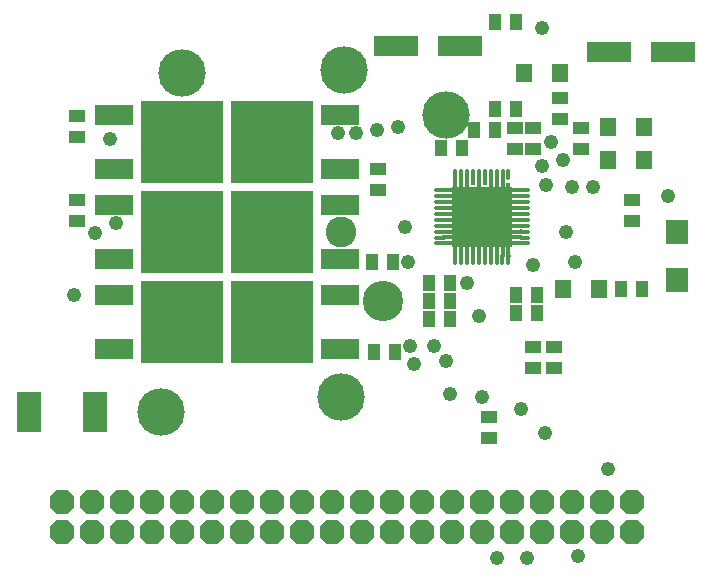
<source format=gts>
G75*
%MOIN*%
%OFA0B0*%
%FSLAX25Y25*%
%IPPOS*%
%LPD*%
%AMOC8*
5,1,8,0,0,1.08239X$1,22.5*
%
%ADD10R,0.03950X0.05524*%
%ADD11R,0.05524X0.03950*%
%ADD12R,0.14580X0.07099*%
%ADD13R,0.07493X0.07887*%
%ADD14R,0.05524X0.06312*%
%ADD15R,0.27178X0.27178*%
%ADD16R,0.12611X0.07099*%
%ADD17R,0.07887X0.13398*%
%ADD18C,0.01575*%
%ADD19R,0.01575X0.02756*%
%ADD20R,0.02756X0.01575*%
%ADD21R,0.20000X0.20000*%
%ADD22R,0.15800X0.15800*%
%ADD23C,0.01200*%
%ADD24OC8,0.08200*%
%ADD25C,0.04762*%
%ADD26C,0.15824*%
%ADD27C,0.10249*%
%ADD28C,0.13461*%
D10*
X0522290Y0078793D03*
X0529377Y0078793D03*
X0540790Y0089793D03*
X0547877Y0089793D03*
X0547877Y0095793D03*
X0540790Y0095793D03*
X0540790Y0101793D03*
X0547877Y0101793D03*
X0569790Y0097793D03*
X0576877Y0097793D03*
X0576877Y0091793D03*
X0569790Y0091793D03*
X0604790Y0099793D03*
X0611877Y0099793D03*
X0528877Y0108793D03*
X0521790Y0108793D03*
X0544790Y0146793D03*
X0551877Y0146793D03*
X0555790Y0152793D03*
X0562877Y0152793D03*
X0562790Y0159793D03*
X0569877Y0159793D03*
X0569877Y0188793D03*
X0562790Y0188793D03*
D11*
X0584333Y0163336D03*
X0584333Y0156249D03*
X0591333Y0153336D03*
X0575333Y0153336D03*
X0569333Y0153336D03*
X0569333Y0146249D03*
X0575333Y0146249D03*
X0591333Y0146249D03*
X0608333Y0129336D03*
X0608333Y0122249D03*
X0523833Y0132749D03*
X0523833Y0139836D03*
X0423333Y0150249D03*
X0423333Y0157336D03*
X0423333Y0129336D03*
X0423333Y0122249D03*
X0575333Y0080336D03*
X0582333Y0080336D03*
X0582333Y0073249D03*
X0575333Y0073249D03*
X0560623Y0057057D03*
X0560623Y0049970D03*
D12*
X0600703Y0178793D03*
X0621963Y0178793D03*
X0550963Y0180793D03*
X0529703Y0180793D03*
D13*
X0623333Y0118863D03*
X0623333Y0102722D03*
D14*
X0597239Y0099793D03*
X0585428Y0099793D03*
X0600428Y0142793D03*
X0612239Y0142793D03*
X0612239Y0153793D03*
X0600428Y0153793D03*
X0584239Y0171793D03*
X0572428Y0171793D03*
D15*
X0488333Y0148793D03*
X0458333Y0148793D03*
X0458333Y0118793D03*
X0488333Y0118793D03*
X0488333Y0088793D03*
X0458333Y0088793D03*
D16*
X0435696Y0097848D03*
X0435696Y0109737D03*
X0435696Y0127848D03*
X0435696Y0139737D03*
X0435696Y0157848D03*
X0510971Y0157848D03*
X0510971Y0139737D03*
X0510971Y0127848D03*
X0510971Y0109737D03*
X0510971Y0097848D03*
X0510971Y0079737D03*
X0435696Y0079737D03*
D17*
X0407310Y0058793D03*
X0429357Y0058793D03*
D18*
X0549475Y0113163D03*
X0551444Y0113163D03*
X0553412Y0113163D03*
X0555381Y0113163D03*
X0557349Y0113163D03*
X0559318Y0113163D03*
X0561286Y0113163D03*
X0563255Y0113163D03*
X0565223Y0113163D03*
X0567192Y0113163D03*
X0568963Y0114934D03*
X0568963Y0116903D03*
X0568963Y0118871D03*
X0568963Y0120840D03*
X0568963Y0122808D03*
X0568963Y0124777D03*
X0568963Y0126745D03*
X0568963Y0128714D03*
X0568963Y0130682D03*
X0568963Y0132651D03*
X0567192Y0134422D03*
X0565223Y0134422D03*
X0563255Y0134422D03*
X0561286Y0134422D03*
X0557349Y0134422D03*
X0553412Y0134422D03*
X0551444Y0134422D03*
X0549475Y0134422D03*
X0547703Y0132651D03*
X0547703Y0130682D03*
X0547703Y0128714D03*
X0547703Y0126745D03*
X0547703Y0124777D03*
X0547703Y0122808D03*
X0547703Y0120840D03*
X0547703Y0118871D03*
X0547703Y0116903D03*
X0547703Y0114934D03*
D19*
X0549475Y0111785D03*
X0551444Y0111785D03*
X0553412Y0111785D03*
X0555381Y0111785D03*
X0557349Y0111785D03*
X0559318Y0111785D03*
X0561286Y0111785D03*
X0563255Y0111785D03*
X0565223Y0111785D03*
X0567192Y0111785D03*
X0565223Y0135800D03*
X0563255Y0135800D03*
X0561286Y0135800D03*
X0559318Y0135800D03*
X0557349Y0135800D03*
X0555381Y0135800D03*
X0553412Y0135800D03*
X0551444Y0135800D03*
X0549475Y0135800D03*
D20*
X0546325Y0132651D03*
X0546325Y0130682D03*
X0546325Y0128714D03*
X0546325Y0126745D03*
X0546325Y0124777D03*
X0546325Y0122808D03*
X0546325Y0120840D03*
X0546325Y0118871D03*
X0546325Y0116903D03*
X0546325Y0114934D03*
X0570341Y0114934D03*
X0570341Y0116903D03*
X0570341Y0118871D03*
X0570341Y0120840D03*
X0570341Y0122808D03*
X0570341Y0124777D03*
X0570341Y0126745D03*
X0570341Y0128714D03*
X0570341Y0130682D03*
X0570341Y0132651D03*
D21*
X0558333Y0123793D03*
D22*
X0558333Y0123793D03*
D23*
X0545571Y0122779D02*
X0545536Y0122814D01*
X0543011Y0122814D01*
X0543055Y0124775D02*
X0545479Y0124775D01*
X0545523Y0124731D01*
X0545546Y0126702D02*
X0545485Y0126763D01*
X0543028Y0126763D01*
X0543002Y0128759D02*
X0545538Y0128759D01*
X0545584Y0128713D01*
X0545416Y0130648D02*
X0545447Y0130679D01*
X0545416Y0130648D02*
X0542971Y0130648D01*
X0543017Y0132651D02*
X0545584Y0132651D01*
X0545614Y0132621D01*
X0557307Y0136803D02*
X0557344Y0136840D01*
X0557344Y0139130D01*
X0555398Y0139134D02*
X0555398Y0136886D01*
X0555394Y0136882D01*
X0553431Y0136937D02*
X0553424Y0136929D01*
X0553431Y0136937D02*
X0553431Y0139118D01*
X0551441Y0139085D02*
X0551441Y0136912D01*
X0549468Y0137125D02*
X0549465Y0137128D01*
X0549465Y0139078D01*
X0559298Y0139072D02*
X0559298Y0136899D01*
X0559281Y0136882D01*
X0561295Y0136777D02*
X0561305Y0136787D01*
X0561305Y0139151D01*
X0563251Y0139204D02*
X0563251Y0136734D01*
X0563235Y0136719D01*
X0565232Y0136670D02*
X0565238Y0136676D01*
X0565238Y0139120D01*
X0567212Y0139210D02*
X0567212Y0136745D01*
X0567201Y0136734D01*
X0571342Y0132651D02*
X0571353Y0132641D01*
X0573621Y0132641D01*
X0573685Y0130663D02*
X0571189Y0130663D01*
X0571167Y0130684D01*
X0571395Y0128702D02*
X0571402Y0128695D01*
X0573759Y0128695D01*
X0573810Y0126732D02*
X0571401Y0126732D01*
X0571366Y0126767D01*
X0571274Y0124783D02*
X0571273Y0124782D01*
X0571274Y0124783D02*
X0573857Y0124783D01*
X0573812Y0122809D02*
X0571374Y0122809D01*
X0571363Y0122819D01*
X0571435Y0120835D02*
X0571445Y0120825D01*
X0573748Y0120825D01*
X0573700Y0118848D02*
X0571325Y0118848D01*
X0571236Y0118936D01*
X0571281Y0116895D02*
X0571234Y0116848D01*
X0571281Y0116895D02*
X0573687Y0116895D01*
X0573705Y0114927D02*
X0571285Y0114927D01*
X0571274Y0114916D01*
X0565226Y0110739D02*
X0565208Y0110721D01*
X0565208Y0108457D01*
X0563242Y0108415D02*
X0563242Y0110884D01*
X0561273Y0110868D02*
X0561237Y0110903D01*
X0561273Y0110868D02*
X0561273Y0108478D01*
X0559309Y0108367D02*
X0559309Y0110931D01*
X0559316Y0110937D01*
X0557363Y0110891D02*
X0557333Y0110861D01*
X0557333Y0108535D01*
X0555363Y0108453D02*
X0555363Y0110656D01*
X0555425Y0110718D01*
X0553407Y0110995D02*
X0553389Y0110978D01*
X0553389Y0108527D01*
X0551463Y0108448D02*
X0551463Y0111180D01*
X0551494Y0111211D01*
X0549467Y0110885D02*
X0549457Y0110894D01*
X0549467Y0110885D02*
X0549467Y0108527D01*
X0567195Y0108425D02*
X0567195Y0110532D01*
X0567235Y0110571D01*
X0545579Y0114907D02*
X0545563Y0114923D01*
X0543035Y0114923D01*
X0542993Y0116885D02*
X0545610Y0116885D01*
X0545642Y0116854D01*
X0545563Y0118853D02*
X0545520Y0118895D01*
X0542998Y0118895D01*
X0542993Y0120847D02*
X0545529Y0120847D01*
X0545584Y0120791D01*
D24*
X0548333Y0028793D03*
X0558333Y0028793D03*
X0568333Y0028793D03*
X0578333Y0028793D03*
X0588333Y0028793D03*
X0598333Y0028793D03*
X0608333Y0028793D03*
X0608333Y0018793D03*
X0598333Y0018793D03*
X0588333Y0018793D03*
X0578333Y0018793D03*
X0568333Y0018793D03*
X0558333Y0018793D03*
X0548333Y0018793D03*
X0538333Y0018793D03*
X0528333Y0018793D03*
X0518333Y0018793D03*
X0508333Y0018793D03*
X0498333Y0018793D03*
X0488333Y0018793D03*
X0478333Y0018793D03*
X0468333Y0018793D03*
X0458333Y0018793D03*
X0448333Y0018793D03*
X0438333Y0018793D03*
X0428333Y0018793D03*
X0418333Y0018793D03*
X0418333Y0028793D03*
X0428333Y0028793D03*
X0438333Y0028793D03*
X0448333Y0028793D03*
X0458333Y0028793D03*
X0468333Y0028793D03*
X0478333Y0028793D03*
X0488333Y0028793D03*
X0498333Y0028793D03*
X0508333Y0028793D03*
X0518333Y0028793D03*
X0528333Y0028793D03*
X0538333Y0028793D03*
D25*
X0590333Y0010793D03*
X0573333Y0010043D03*
X0563333Y0010043D03*
X0600333Y0039793D03*
X0579333Y0051793D03*
X0571333Y0059793D03*
X0558333Y0063793D03*
X0547833Y0064793D03*
X0546333Y0075793D03*
X0535583Y0074793D03*
X0534333Y0080793D03*
X0542333Y0080793D03*
X0557333Y0090793D03*
X0553333Y0101793D03*
X0533833Y0108793D03*
X0532833Y0120543D03*
X0559333Y0123793D03*
X0579583Y0134293D03*
X0588333Y0133793D03*
X0595333Y0133793D03*
X0578333Y0140793D03*
X0585333Y0142793D03*
X0581333Y0148793D03*
X0530333Y0153793D03*
X0523333Y0152793D03*
X0516333Y0151793D03*
X0510333Y0151793D03*
X0434333Y0149793D03*
X0436333Y0121793D03*
X0429333Y0118543D03*
X0422333Y0097793D03*
X0575333Y0107793D03*
X0589333Y0108793D03*
X0586333Y0118793D03*
X0620333Y0130793D03*
X0578333Y0186793D03*
D26*
X0512333Y0172793D03*
X0546333Y0157793D03*
X0458333Y0171793D03*
X0511333Y0063793D03*
X0451333Y0058793D03*
D27*
X0511333Y0118793D03*
D28*
X0525333Y0095793D03*
M02*

</source>
